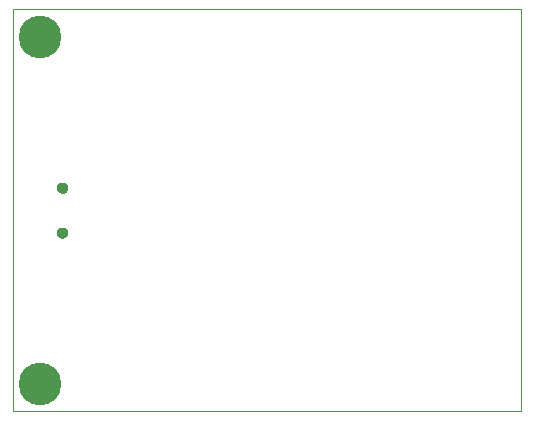
<source format=gbs>
G75*
%MOIN*%
%OFA0B0*%
%FSLAX25Y25*%
%IPPOS*%
%LPD*%
%AMOC8*
5,1,8,0,0,1.08239X$1,22.5*
%
%ADD10C,0.00000*%
%ADD11C,0.03746*%
%ADD12C,0.14243*%
D10*
X0001841Y0001300D02*
X0001841Y0135158D01*
X0171132Y0135158D01*
X0171132Y0001300D01*
X0001841Y0001300D01*
X0016703Y0060749D02*
X0016705Y0060830D01*
X0016711Y0060912D01*
X0016721Y0060993D01*
X0016735Y0061073D01*
X0016752Y0061152D01*
X0016774Y0061231D01*
X0016799Y0061308D01*
X0016828Y0061385D01*
X0016861Y0061459D01*
X0016898Y0061532D01*
X0016937Y0061603D01*
X0016981Y0061672D01*
X0017027Y0061739D01*
X0017077Y0061803D01*
X0017130Y0061865D01*
X0017186Y0061925D01*
X0017244Y0061981D01*
X0017306Y0062035D01*
X0017370Y0062086D01*
X0017436Y0062133D01*
X0017504Y0062177D01*
X0017575Y0062218D01*
X0017647Y0062255D01*
X0017722Y0062289D01*
X0017797Y0062319D01*
X0017875Y0062345D01*
X0017953Y0062368D01*
X0018032Y0062386D01*
X0018112Y0062401D01*
X0018193Y0062412D01*
X0018274Y0062419D01*
X0018356Y0062422D01*
X0018437Y0062421D01*
X0018518Y0062416D01*
X0018599Y0062407D01*
X0018680Y0062394D01*
X0018760Y0062377D01*
X0018838Y0062357D01*
X0018916Y0062332D01*
X0018993Y0062304D01*
X0019068Y0062272D01*
X0019141Y0062237D01*
X0019212Y0062198D01*
X0019282Y0062155D01*
X0019349Y0062110D01*
X0019415Y0062061D01*
X0019477Y0062009D01*
X0019537Y0061953D01*
X0019594Y0061895D01*
X0019649Y0061835D01*
X0019700Y0061771D01*
X0019748Y0061706D01*
X0019793Y0061638D01*
X0019835Y0061568D01*
X0019873Y0061496D01*
X0019908Y0061422D01*
X0019939Y0061347D01*
X0019966Y0061270D01*
X0019989Y0061192D01*
X0020009Y0061113D01*
X0020025Y0061033D01*
X0020037Y0060952D01*
X0020045Y0060871D01*
X0020049Y0060790D01*
X0020049Y0060708D01*
X0020045Y0060627D01*
X0020037Y0060546D01*
X0020025Y0060465D01*
X0020009Y0060385D01*
X0019989Y0060306D01*
X0019966Y0060228D01*
X0019939Y0060151D01*
X0019908Y0060076D01*
X0019873Y0060002D01*
X0019835Y0059930D01*
X0019793Y0059860D01*
X0019748Y0059792D01*
X0019700Y0059727D01*
X0019649Y0059663D01*
X0019594Y0059603D01*
X0019537Y0059545D01*
X0019477Y0059489D01*
X0019415Y0059437D01*
X0019349Y0059388D01*
X0019282Y0059343D01*
X0019213Y0059300D01*
X0019141Y0059261D01*
X0019068Y0059226D01*
X0018993Y0059194D01*
X0018916Y0059166D01*
X0018838Y0059141D01*
X0018760Y0059121D01*
X0018680Y0059104D01*
X0018599Y0059091D01*
X0018518Y0059082D01*
X0018437Y0059077D01*
X0018356Y0059076D01*
X0018274Y0059079D01*
X0018193Y0059086D01*
X0018112Y0059097D01*
X0018032Y0059112D01*
X0017953Y0059130D01*
X0017875Y0059153D01*
X0017797Y0059179D01*
X0017722Y0059209D01*
X0017647Y0059243D01*
X0017575Y0059280D01*
X0017504Y0059321D01*
X0017436Y0059365D01*
X0017370Y0059412D01*
X0017306Y0059463D01*
X0017244Y0059517D01*
X0017186Y0059573D01*
X0017130Y0059633D01*
X0017077Y0059695D01*
X0017027Y0059759D01*
X0016981Y0059826D01*
X0016937Y0059895D01*
X0016898Y0059966D01*
X0016861Y0060039D01*
X0016828Y0060113D01*
X0016799Y0060190D01*
X0016774Y0060267D01*
X0016752Y0060346D01*
X0016735Y0060425D01*
X0016721Y0060505D01*
X0016711Y0060586D01*
X0016705Y0060668D01*
X0016703Y0060749D01*
X0016703Y0075709D02*
X0016705Y0075790D01*
X0016711Y0075872D01*
X0016721Y0075953D01*
X0016735Y0076033D01*
X0016752Y0076112D01*
X0016774Y0076191D01*
X0016799Y0076268D01*
X0016828Y0076345D01*
X0016861Y0076419D01*
X0016898Y0076492D01*
X0016937Y0076563D01*
X0016981Y0076632D01*
X0017027Y0076699D01*
X0017077Y0076763D01*
X0017130Y0076825D01*
X0017186Y0076885D01*
X0017244Y0076941D01*
X0017306Y0076995D01*
X0017370Y0077046D01*
X0017436Y0077093D01*
X0017504Y0077137D01*
X0017575Y0077178D01*
X0017647Y0077215D01*
X0017722Y0077249D01*
X0017797Y0077279D01*
X0017875Y0077305D01*
X0017953Y0077328D01*
X0018032Y0077346D01*
X0018112Y0077361D01*
X0018193Y0077372D01*
X0018274Y0077379D01*
X0018356Y0077382D01*
X0018437Y0077381D01*
X0018518Y0077376D01*
X0018599Y0077367D01*
X0018680Y0077354D01*
X0018760Y0077337D01*
X0018838Y0077317D01*
X0018916Y0077292D01*
X0018993Y0077264D01*
X0019068Y0077232D01*
X0019141Y0077197D01*
X0019212Y0077158D01*
X0019282Y0077115D01*
X0019349Y0077070D01*
X0019415Y0077021D01*
X0019477Y0076969D01*
X0019537Y0076913D01*
X0019594Y0076855D01*
X0019649Y0076795D01*
X0019700Y0076731D01*
X0019748Y0076666D01*
X0019793Y0076598D01*
X0019835Y0076528D01*
X0019873Y0076456D01*
X0019908Y0076382D01*
X0019939Y0076307D01*
X0019966Y0076230D01*
X0019989Y0076152D01*
X0020009Y0076073D01*
X0020025Y0075993D01*
X0020037Y0075912D01*
X0020045Y0075831D01*
X0020049Y0075750D01*
X0020049Y0075668D01*
X0020045Y0075587D01*
X0020037Y0075506D01*
X0020025Y0075425D01*
X0020009Y0075345D01*
X0019989Y0075266D01*
X0019966Y0075188D01*
X0019939Y0075111D01*
X0019908Y0075036D01*
X0019873Y0074962D01*
X0019835Y0074890D01*
X0019793Y0074820D01*
X0019748Y0074752D01*
X0019700Y0074687D01*
X0019649Y0074623D01*
X0019594Y0074563D01*
X0019537Y0074505D01*
X0019477Y0074449D01*
X0019415Y0074397D01*
X0019349Y0074348D01*
X0019282Y0074303D01*
X0019213Y0074260D01*
X0019141Y0074221D01*
X0019068Y0074186D01*
X0018993Y0074154D01*
X0018916Y0074126D01*
X0018838Y0074101D01*
X0018760Y0074081D01*
X0018680Y0074064D01*
X0018599Y0074051D01*
X0018518Y0074042D01*
X0018437Y0074037D01*
X0018356Y0074036D01*
X0018274Y0074039D01*
X0018193Y0074046D01*
X0018112Y0074057D01*
X0018032Y0074072D01*
X0017953Y0074090D01*
X0017875Y0074113D01*
X0017797Y0074139D01*
X0017722Y0074169D01*
X0017647Y0074203D01*
X0017575Y0074240D01*
X0017504Y0074281D01*
X0017436Y0074325D01*
X0017370Y0074372D01*
X0017306Y0074423D01*
X0017244Y0074477D01*
X0017186Y0074533D01*
X0017130Y0074593D01*
X0017077Y0074655D01*
X0017027Y0074719D01*
X0016981Y0074786D01*
X0016937Y0074855D01*
X0016898Y0074926D01*
X0016861Y0074999D01*
X0016828Y0075073D01*
X0016799Y0075150D01*
X0016774Y0075227D01*
X0016752Y0075306D01*
X0016735Y0075385D01*
X0016721Y0075465D01*
X0016711Y0075546D01*
X0016705Y0075628D01*
X0016703Y0075709D01*
D11*
X0018376Y0075709D03*
X0018376Y0060749D03*
D12*
X0010896Y0010355D03*
X0010896Y0126103D03*
M02*

</source>
